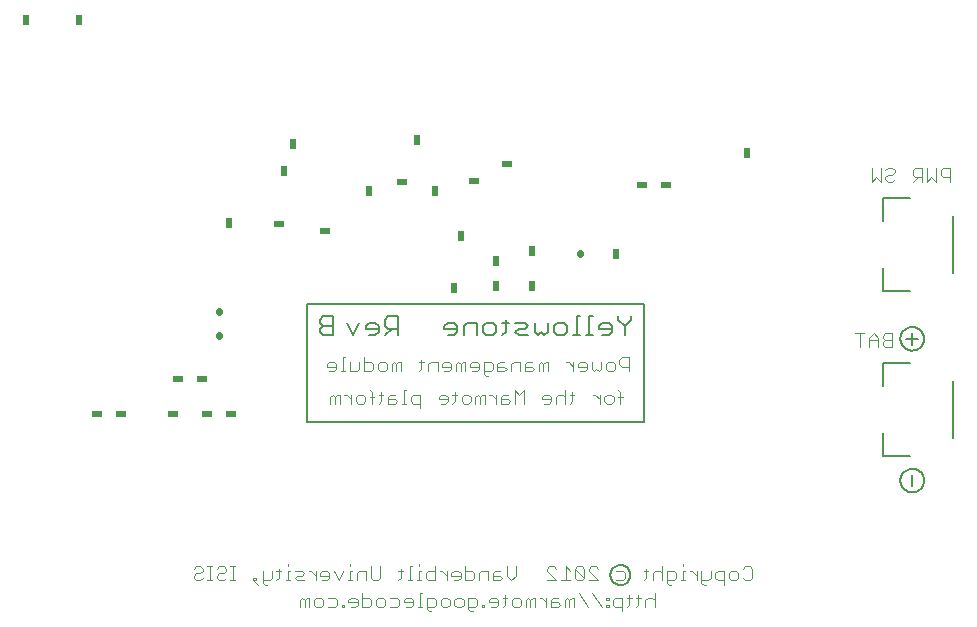
<source format=gbo>
G75*
G70*
%OFA0B0*%
%FSLAX24Y24*%
%IPPOS*%
%LPD*%
%AMOC8*
5,1,8,0,0,1.08239X$1,22.5*
%
%ADD10C,0.0080*%
%ADD11C,0.0040*%
%ADD12C,0.0060*%
%ADD13C,0.0050*%
%ADD14R,0.0200X0.0320*%
%ADD15R,0.0320X0.0200*%
%ADD16C,0.0220*%
D10*
X012286Y006833D02*
X012286Y010770D01*
X023506Y010770D01*
X023506Y006833D01*
X012286Y006833D01*
X032247Y009609D02*
X032640Y009609D01*
X032049Y009609D02*
X032051Y009648D01*
X032057Y009687D01*
X032067Y009725D01*
X032080Y009762D01*
X032097Y009797D01*
X032117Y009831D01*
X032141Y009862D01*
X032168Y009891D01*
X032197Y009917D01*
X032229Y009940D01*
X032263Y009960D01*
X032299Y009976D01*
X032336Y009988D01*
X032375Y009997D01*
X032414Y010002D01*
X032453Y010003D01*
X032492Y010000D01*
X032531Y009993D01*
X032568Y009982D01*
X032605Y009968D01*
X032640Y009950D01*
X032673Y009929D01*
X032704Y009904D01*
X032732Y009877D01*
X032757Y009847D01*
X032779Y009814D01*
X032798Y009780D01*
X032813Y009744D01*
X032825Y009706D01*
X032833Y009668D01*
X032837Y009629D01*
X032837Y009589D01*
X032833Y009550D01*
X032825Y009512D01*
X032813Y009474D01*
X032798Y009438D01*
X032779Y009404D01*
X032757Y009371D01*
X032732Y009341D01*
X032704Y009314D01*
X032673Y009289D01*
X032640Y009268D01*
X032605Y009250D01*
X032568Y009236D01*
X032531Y009225D01*
X032492Y009218D01*
X032453Y009215D01*
X032414Y009216D01*
X032375Y009221D01*
X032336Y009230D01*
X032299Y009242D01*
X032263Y009258D01*
X032229Y009278D01*
X032197Y009301D01*
X032168Y009327D01*
X032141Y009356D01*
X032117Y009387D01*
X032097Y009421D01*
X032080Y009456D01*
X032067Y009493D01*
X032057Y009531D01*
X032051Y009570D01*
X032049Y009609D01*
X032443Y009412D02*
X032443Y009806D01*
X032443Y005081D02*
X032443Y004688D01*
X032049Y004884D02*
X032051Y004923D01*
X032057Y004962D01*
X032067Y005000D01*
X032080Y005037D01*
X032097Y005072D01*
X032117Y005106D01*
X032141Y005137D01*
X032168Y005166D01*
X032197Y005192D01*
X032229Y005215D01*
X032263Y005235D01*
X032299Y005251D01*
X032336Y005263D01*
X032375Y005272D01*
X032414Y005277D01*
X032453Y005278D01*
X032492Y005275D01*
X032531Y005268D01*
X032568Y005257D01*
X032605Y005243D01*
X032640Y005225D01*
X032673Y005204D01*
X032704Y005179D01*
X032732Y005152D01*
X032757Y005122D01*
X032779Y005089D01*
X032798Y005055D01*
X032813Y005019D01*
X032825Y004981D01*
X032833Y004943D01*
X032837Y004904D01*
X032837Y004864D01*
X032833Y004825D01*
X032825Y004787D01*
X032813Y004749D01*
X032798Y004713D01*
X032779Y004679D01*
X032757Y004646D01*
X032732Y004616D01*
X032704Y004589D01*
X032673Y004564D01*
X032640Y004543D01*
X032605Y004525D01*
X032568Y004511D01*
X032531Y004500D01*
X032492Y004493D01*
X032453Y004490D01*
X032414Y004491D01*
X032375Y004496D01*
X032336Y004505D01*
X032299Y004517D01*
X032263Y004533D01*
X032229Y004553D01*
X032197Y004576D01*
X032168Y004602D01*
X032141Y004631D01*
X032117Y004662D01*
X032097Y004696D01*
X032080Y004731D01*
X032067Y004768D01*
X032057Y004806D01*
X032051Y004845D01*
X032049Y004884D01*
D11*
X008569Y001558D02*
X008492Y001635D01*
X008492Y001711D01*
X008569Y001788D01*
X008722Y001788D01*
X008799Y001865D01*
X008799Y001942D01*
X008722Y002018D01*
X008569Y002018D01*
X008492Y001942D01*
X008569Y001558D02*
X008722Y001558D01*
X008799Y001635D01*
X008952Y001558D02*
X009106Y001558D01*
X009029Y001558D02*
X009029Y002018D01*
X009106Y002018D02*
X008952Y002018D01*
X009259Y001942D02*
X009336Y002018D01*
X009490Y002018D01*
X009566Y001942D01*
X009566Y001865D01*
X009490Y001788D01*
X009336Y001788D01*
X009259Y001711D01*
X009259Y001635D01*
X009336Y001558D01*
X009490Y001558D01*
X009566Y001635D01*
X009720Y001558D02*
X009873Y001558D01*
X009796Y001558D02*
X009796Y002018D01*
X009720Y002018D02*
X009873Y002018D01*
X010487Y001635D02*
X010564Y001635D01*
X010564Y001558D01*
X010487Y001558D01*
X010487Y001635D01*
X010487Y001558D02*
X010640Y001404D01*
X010794Y001481D02*
X010871Y001404D01*
X010947Y001404D01*
X010794Y001481D02*
X010794Y001865D01*
X011101Y001865D02*
X011101Y001635D01*
X011024Y001558D01*
X010794Y001558D01*
X011254Y001558D02*
X011331Y001635D01*
X011331Y001942D01*
X011408Y001865D02*
X011254Y001865D01*
X011638Y001865D02*
X011638Y001558D01*
X011715Y001558D02*
X011561Y001558D01*
X011638Y001865D02*
X011715Y001865D01*
X011868Y001865D02*
X012098Y001865D01*
X012175Y001788D01*
X012098Y001711D01*
X011945Y001711D01*
X011868Y001635D01*
X011945Y001558D01*
X012175Y001558D01*
X012329Y001865D02*
X012405Y001865D01*
X012559Y001711D01*
X012559Y001558D02*
X012559Y001865D01*
X012712Y001788D02*
X012712Y001711D01*
X013019Y001711D01*
X013019Y001635D02*
X013019Y001788D01*
X012942Y001865D01*
X012789Y001865D01*
X012712Y001788D01*
X012789Y001558D02*
X012942Y001558D01*
X013019Y001635D01*
X013173Y001865D02*
X013326Y001558D01*
X013480Y001865D01*
X013710Y001865D02*
X013710Y001558D01*
X013787Y001558D02*
X013633Y001558D01*
X013940Y001558D02*
X013940Y001788D01*
X014017Y001865D01*
X014247Y001865D01*
X014247Y001558D01*
X014400Y001635D02*
X014400Y002018D01*
X014707Y002018D02*
X014707Y001635D01*
X014631Y001558D01*
X014477Y001558D01*
X014400Y001635D01*
X014116Y001133D02*
X014116Y000672D01*
X014346Y000672D01*
X014422Y000749D01*
X014422Y000902D01*
X014346Y000979D01*
X014116Y000979D01*
X013962Y000902D02*
X013885Y000979D01*
X013732Y000979D01*
X013655Y000902D01*
X013655Y000826D01*
X013962Y000826D01*
X013962Y000902D02*
X013962Y000749D01*
X013885Y000672D01*
X013732Y000672D01*
X013502Y000672D02*
X013502Y000749D01*
X013425Y000749D01*
X013425Y000672D01*
X013502Y000672D01*
X013271Y000749D02*
X013195Y000672D01*
X012965Y000672D01*
X012811Y000749D02*
X012734Y000672D01*
X012581Y000672D01*
X012504Y000749D01*
X012504Y000902D01*
X012581Y000979D01*
X012734Y000979D01*
X012811Y000902D01*
X012811Y000749D01*
X012965Y000979D02*
X013195Y000979D01*
X013271Y000902D01*
X013271Y000749D01*
X012351Y000672D02*
X012351Y000979D01*
X012274Y000979D01*
X012197Y000902D01*
X012120Y000979D01*
X012044Y000902D01*
X012044Y000672D01*
X012197Y000672D02*
X012197Y000902D01*
X013710Y001865D02*
X013787Y001865D01*
X013710Y002018D02*
X013710Y002095D01*
X014653Y000979D02*
X014806Y000979D01*
X014883Y000902D01*
X014883Y000749D01*
X014806Y000672D01*
X014653Y000672D01*
X014576Y000749D01*
X014576Y000902D01*
X014653Y000979D01*
X015036Y000979D02*
X015266Y000979D01*
X015343Y000902D01*
X015343Y000749D01*
X015266Y000672D01*
X015036Y000672D01*
X015497Y000826D02*
X015804Y000826D01*
X015804Y000902D02*
X015727Y000979D01*
X015573Y000979D01*
X015497Y000902D01*
X015497Y000826D01*
X015573Y000672D02*
X015727Y000672D01*
X015804Y000749D01*
X015804Y000902D01*
X015957Y000672D02*
X016111Y000672D01*
X016034Y000672D02*
X016034Y001133D01*
X016111Y001133D01*
X016264Y000979D02*
X016494Y000979D01*
X016571Y000902D01*
X016571Y000749D01*
X016494Y000672D01*
X016264Y000672D01*
X016264Y000595D02*
X016264Y000979D01*
X016724Y000902D02*
X016801Y000979D01*
X016955Y000979D01*
X017031Y000902D01*
X017031Y000749D01*
X016955Y000672D01*
X016801Y000672D01*
X016724Y000749D01*
X016724Y000902D01*
X016417Y000519D02*
X016341Y000519D01*
X016264Y000595D01*
X017185Y000749D02*
X017262Y000672D01*
X017415Y000672D01*
X017492Y000749D01*
X017492Y000902D01*
X017415Y000979D01*
X017262Y000979D01*
X017185Y000902D01*
X017185Y000749D01*
X017645Y000672D02*
X017875Y000672D01*
X017952Y000749D01*
X017952Y000902D01*
X017875Y000979D01*
X017645Y000979D01*
X017645Y000595D01*
X017722Y000519D01*
X017799Y000519D01*
X018106Y000672D02*
X018106Y000749D01*
X018182Y000749D01*
X018182Y000672D01*
X018106Y000672D01*
X018336Y000826D02*
X018643Y000826D01*
X018643Y000902D02*
X018566Y000979D01*
X018412Y000979D01*
X018336Y000902D01*
X018336Y000826D01*
X018412Y000672D02*
X018566Y000672D01*
X018643Y000749D01*
X018643Y000902D01*
X018796Y000979D02*
X018950Y000979D01*
X018873Y001056D02*
X018873Y000749D01*
X018796Y000672D01*
X019103Y000749D02*
X019103Y000902D01*
X019180Y000979D01*
X019333Y000979D01*
X019410Y000902D01*
X019410Y000749D01*
X019333Y000672D01*
X019180Y000672D01*
X019103Y000749D01*
X019563Y000672D02*
X019563Y000902D01*
X019640Y000979D01*
X019717Y000902D01*
X019717Y000672D01*
X019870Y000672D02*
X019870Y000979D01*
X019794Y000979D01*
X019717Y000902D01*
X020024Y000979D02*
X020101Y000979D01*
X020254Y000826D01*
X020254Y000979D02*
X020254Y000672D01*
X020408Y000672D02*
X020408Y000902D01*
X020484Y000979D01*
X020638Y000979D01*
X020638Y000826D02*
X020408Y000826D01*
X020408Y000672D02*
X020638Y000672D01*
X020714Y000749D01*
X020638Y000826D01*
X020868Y000902D02*
X020868Y000672D01*
X021021Y000672D02*
X021021Y000902D01*
X020945Y000979D01*
X020868Y000902D01*
X021021Y000902D02*
X021098Y000979D01*
X021175Y000979D01*
X021175Y000672D01*
X021635Y000672D02*
X021328Y001133D01*
X021789Y001133D02*
X022096Y000672D01*
X022249Y000672D02*
X022249Y000749D01*
X022326Y000749D01*
X022326Y000672D01*
X022249Y000672D01*
X022249Y000902D02*
X022326Y000902D01*
X022326Y000979D01*
X022249Y000979D01*
X022249Y000902D01*
X022479Y000902D02*
X022479Y000749D01*
X022556Y000672D01*
X022786Y000672D01*
X022786Y000519D02*
X022786Y000979D01*
X022556Y000979D01*
X022479Y000902D01*
X022940Y000979D02*
X023093Y000979D01*
X023016Y001056D02*
X023016Y000749D01*
X022940Y000672D01*
X023247Y000672D02*
X023323Y000749D01*
X023323Y001056D01*
X023400Y000979D02*
X023247Y000979D01*
X023554Y000902D02*
X023554Y000672D01*
X023554Y000902D02*
X023630Y000979D01*
X023784Y000979D01*
X023860Y000902D01*
X023860Y000672D02*
X023860Y001133D01*
X023809Y001558D02*
X023809Y001788D01*
X023886Y001865D01*
X024039Y001865D01*
X024116Y001788D01*
X024269Y001865D02*
X024500Y001865D01*
X024576Y001788D01*
X024576Y001635D01*
X024500Y001558D01*
X024269Y001558D01*
X024269Y001481D02*
X024269Y001865D01*
X024116Y002018D02*
X024116Y001558D01*
X024269Y001481D02*
X024346Y001404D01*
X024423Y001404D01*
X024730Y001558D02*
X024883Y001558D01*
X024807Y001558D02*
X024807Y001865D01*
X024883Y001865D01*
X025037Y001865D02*
X025113Y001865D01*
X025267Y001711D01*
X025267Y001558D02*
X025267Y001865D01*
X025420Y001865D02*
X025420Y001481D01*
X025497Y001404D01*
X025574Y001404D01*
X025651Y001558D02*
X025420Y001558D01*
X025651Y001558D02*
X025727Y001635D01*
X025727Y001865D01*
X025881Y001788D02*
X025881Y001635D01*
X025958Y001558D01*
X026188Y001558D01*
X026188Y001404D02*
X026188Y001865D01*
X025958Y001865D01*
X025881Y001788D01*
X026341Y001788D02*
X026341Y001635D01*
X026418Y001558D01*
X026571Y001558D01*
X026648Y001635D01*
X026648Y001788D01*
X026571Y001865D01*
X026418Y001865D01*
X026341Y001788D01*
X026802Y001635D02*
X026878Y001558D01*
X027032Y001558D01*
X027109Y001635D01*
X027109Y001942D01*
X027032Y002018D01*
X026878Y002018D01*
X026802Y001942D01*
X024807Y002018D02*
X024807Y002095D01*
X023656Y001865D02*
X023502Y001865D01*
X023579Y001942D02*
X023579Y001635D01*
X023502Y001558D01*
X022888Y001635D02*
X022888Y001788D01*
X022812Y001865D01*
X022581Y001865D01*
X022581Y001558D02*
X022812Y001558D01*
X022888Y001635D01*
X021967Y001558D02*
X021661Y001865D01*
X021661Y001942D01*
X021737Y002018D01*
X021891Y002018D01*
X021967Y001942D01*
X021507Y001942D02*
X021430Y002018D01*
X021277Y002018D01*
X021200Y001942D01*
X021507Y001635D01*
X021430Y001558D01*
X021277Y001558D01*
X021200Y001635D01*
X021200Y001942D01*
X021047Y001865D02*
X020893Y002018D01*
X020893Y001558D01*
X020740Y001558D02*
X021047Y001558D01*
X020586Y001558D02*
X020279Y001865D01*
X020279Y001942D01*
X020356Y002018D01*
X020510Y002018D01*
X020586Y001942D01*
X020586Y001558D02*
X020279Y001558D01*
X019234Y001711D02*
X019081Y001558D01*
X018928Y001711D01*
X018928Y002018D01*
X018697Y001865D02*
X018544Y001865D01*
X018467Y001788D01*
X018467Y001558D01*
X018697Y001558D01*
X018774Y001635D01*
X018697Y001711D01*
X018467Y001711D01*
X018314Y001558D02*
X018314Y001865D01*
X018084Y001865D01*
X018007Y001788D01*
X018007Y001558D01*
X017853Y001635D02*
X017853Y001788D01*
X017777Y001865D01*
X017546Y001865D01*
X017546Y002018D02*
X017546Y001558D01*
X017777Y001558D01*
X017853Y001635D01*
X017393Y001635D02*
X017393Y001788D01*
X017316Y001865D01*
X017163Y001865D01*
X017086Y001788D01*
X017086Y001711D01*
X017393Y001711D01*
X017393Y001635D02*
X017316Y001558D01*
X017163Y001558D01*
X016933Y001558D02*
X016933Y001865D01*
X016933Y001711D02*
X016779Y001865D01*
X016702Y001865D01*
X016549Y001865D02*
X016319Y001865D01*
X016242Y001788D01*
X016242Y001635D01*
X016319Y001558D01*
X016549Y001558D01*
X016549Y002018D01*
X016088Y001865D02*
X016012Y001865D01*
X016012Y001558D01*
X016088Y001558D02*
X015935Y001558D01*
X015782Y001558D02*
X015628Y001558D01*
X015705Y001558D02*
X015705Y002018D01*
X015782Y002018D01*
X016012Y002018D02*
X016012Y002095D01*
X015475Y001865D02*
X015321Y001865D01*
X015398Y001942D02*
X015398Y001635D01*
X015321Y001558D01*
X011638Y002018D02*
X011638Y002095D01*
X019234Y002018D02*
X019234Y001711D01*
X021507Y001635D02*
X021507Y001942D01*
X021661Y001558D02*
X021967Y001558D01*
X022030Y007444D02*
X022030Y007751D01*
X021877Y007751D02*
X021800Y007751D01*
X021877Y007751D02*
X022030Y007597D01*
X022184Y007521D02*
X022260Y007444D01*
X022414Y007444D01*
X022491Y007521D01*
X022491Y007674D01*
X022414Y007751D01*
X022260Y007751D01*
X022184Y007674D01*
X022184Y007521D01*
X022644Y007674D02*
X022797Y007674D01*
X022721Y007827D02*
X022721Y007444D01*
X022721Y007827D02*
X022644Y007904D01*
X022457Y008526D02*
X022534Y008603D01*
X022534Y008757D01*
X022457Y008833D01*
X022304Y008833D01*
X022227Y008757D01*
X022227Y008603D01*
X022304Y008526D01*
X022457Y008526D01*
X022687Y008757D02*
X022764Y008680D01*
X022994Y008680D01*
X022994Y008526D02*
X022994Y008987D01*
X022764Y008987D01*
X022687Y008910D01*
X022687Y008757D01*
X022074Y008833D02*
X022074Y008603D01*
X021997Y008526D01*
X021920Y008603D01*
X021843Y008526D01*
X021767Y008603D01*
X021767Y008833D01*
X021613Y008757D02*
X021536Y008833D01*
X021383Y008833D01*
X021306Y008757D01*
X021306Y008680D01*
X021613Y008680D01*
X021613Y008603D02*
X021613Y008757D01*
X021613Y008603D02*
X021536Y008526D01*
X021383Y008526D01*
X021153Y008526D02*
X021153Y008833D01*
X021153Y008680D02*
X020999Y008833D01*
X020923Y008833D01*
X020309Y008833D02*
X020309Y008526D01*
X020155Y008526D02*
X020155Y008757D01*
X020079Y008833D01*
X020002Y008757D01*
X020002Y008526D01*
X019848Y008603D02*
X019772Y008680D01*
X019541Y008680D01*
X019541Y008757D02*
X019541Y008526D01*
X019772Y008526D01*
X019848Y008603D01*
X019772Y008833D02*
X019618Y008833D01*
X019541Y008757D01*
X019388Y008833D02*
X019158Y008833D01*
X019081Y008757D01*
X019081Y008526D01*
X018928Y008603D02*
X018851Y008680D01*
X018621Y008680D01*
X018621Y008757D02*
X018621Y008526D01*
X018851Y008526D01*
X018928Y008603D01*
X018851Y008833D02*
X018697Y008833D01*
X018621Y008757D01*
X018467Y008757D02*
X018467Y008603D01*
X018390Y008526D01*
X018160Y008526D01*
X018160Y008450D02*
X018160Y008833D01*
X018390Y008833D01*
X018467Y008757D01*
X018160Y008450D02*
X018237Y008373D01*
X018314Y008373D01*
X018007Y008603D02*
X018007Y008757D01*
X017930Y008833D01*
X017777Y008833D01*
X017700Y008757D01*
X017700Y008680D01*
X018007Y008680D01*
X018007Y008603D02*
X017930Y008526D01*
X017777Y008526D01*
X017546Y008526D02*
X017546Y008833D01*
X017470Y008833D01*
X017393Y008757D01*
X017316Y008833D01*
X017239Y008757D01*
X017239Y008526D01*
X017393Y008526D02*
X017393Y008757D01*
X017086Y008757D02*
X017086Y008603D01*
X017009Y008526D01*
X016856Y008526D01*
X016779Y008680D02*
X017086Y008680D01*
X017086Y008757D02*
X017009Y008833D01*
X016856Y008833D01*
X016779Y008757D01*
X016779Y008680D01*
X016626Y008833D02*
X016395Y008833D01*
X016319Y008757D01*
X016319Y008526D01*
X016088Y008603D02*
X016012Y008526D01*
X016088Y008603D02*
X016088Y008910D01*
X016165Y008833D02*
X016012Y008833D01*
X015398Y008833D02*
X015398Y008526D01*
X015244Y008526D02*
X015244Y008757D01*
X015168Y008833D01*
X015091Y008757D01*
X015091Y008526D01*
X014937Y008603D02*
X014937Y008757D01*
X014861Y008833D01*
X014707Y008833D01*
X014631Y008757D01*
X014631Y008603D01*
X014707Y008526D01*
X014861Y008526D01*
X014937Y008603D01*
X015244Y008757D02*
X015321Y008833D01*
X015398Y008833D01*
X014477Y008757D02*
X014477Y008603D01*
X014400Y008526D01*
X014170Y008526D01*
X014170Y008987D01*
X014170Y008833D02*
X014400Y008833D01*
X014477Y008757D01*
X014017Y008833D02*
X014017Y008603D01*
X013940Y008526D01*
X013710Y008526D01*
X013710Y008833D01*
X013556Y008987D02*
X013480Y008987D01*
X013480Y008526D01*
X013556Y008526D02*
X013403Y008526D01*
X013249Y008603D02*
X013249Y008757D01*
X013173Y008833D01*
X013019Y008833D01*
X012942Y008757D01*
X012942Y008680D01*
X013249Y008680D01*
X013249Y008603D02*
X013173Y008526D01*
X013019Y008526D01*
X013129Y007751D02*
X013053Y007674D01*
X013053Y007444D01*
X013206Y007444D02*
X013206Y007674D01*
X013129Y007751D01*
X013206Y007674D02*
X013283Y007751D01*
X013359Y007751D01*
X013359Y007444D01*
X013590Y007751D02*
X013743Y007597D01*
X013743Y007444D02*
X013743Y007751D01*
X013590Y007751D02*
X013513Y007751D01*
X013897Y007674D02*
X013973Y007751D01*
X014127Y007751D01*
X014203Y007674D01*
X014203Y007521D01*
X014127Y007444D01*
X013973Y007444D01*
X013897Y007521D01*
X013897Y007674D01*
X014357Y007674D02*
X014510Y007674D01*
X014434Y007827D02*
X014434Y007444D01*
X014664Y007444D02*
X014741Y007521D01*
X014741Y007827D01*
X014817Y007751D02*
X014664Y007751D01*
X014434Y007827D02*
X014357Y007904D01*
X014971Y007674D02*
X014971Y007444D01*
X015201Y007444D01*
X015278Y007521D01*
X015201Y007597D01*
X014971Y007597D01*
X014971Y007674D02*
X015048Y007751D01*
X015201Y007751D01*
X015508Y007904D02*
X015508Y007444D01*
X015585Y007444D02*
X015431Y007444D01*
X015738Y007521D02*
X015815Y007444D01*
X016045Y007444D01*
X016045Y007290D02*
X016045Y007751D01*
X015815Y007751D01*
X015738Y007674D01*
X015738Y007521D01*
X015585Y007904D02*
X015508Y007904D01*
X016659Y007674D02*
X016659Y007597D01*
X016966Y007597D01*
X016966Y007521D02*
X016966Y007674D01*
X016889Y007751D01*
X016736Y007751D01*
X016659Y007674D01*
X016736Y007444D02*
X016889Y007444D01*
X016966Y007521D01*
X017119Y007444D02*
X017196Y007521D01*
X017196Y007827D01*
X017273Y007751D02*
X017119Y007751D01*
X017426Y007674D02*
X017503Y007751D01*
X017656Y007751D01*
X017733Y007674D01*
X017733Y007521D01*
X017656Y007444D01*
X017503Y007444D01*
X017426Y007521D01*
X017426Y007674D01*
X017887Y007674D02*
X017887Y007444D01*
X018040Y007444D02*
X018040Y007674D01*
X017963Y007751D01*
X017887Y007674D01*
X018040Y007674D02*
X018117Y007751D01*
X018194Y007751D01*
X018194Y007444D01*
X018577Y007444D02*
X018577Y007751D01*
X018424Y007751D02*
X018347Y007751D01*
X018424Y007751D02*
X018577Y007597D01*
X018731Y007597D02*
X018961Y007597D01*
X019038Y007521D01*
X018961Y007444D01*
X018731Y007444D01*
X018731Y007674D01*
X018807Y007751D01*
X018961Y007751D01*
X019191Y007904D02*
X019191Y007444D01*
X019498Y007444D02*
X019498Y007904D01*
X019345Y007751D01*
X019191Y007904D01*
X019388Y008526D02*
X019388Y008833D01*
X020155Y008757D02*
X020232Y008833D01*
X020309Y008833D01*
X020342Y007751D02*
X020189Y007751D01*
X020112Y007674D01*
X020112Y007597D01*
X020419Y007597D01*
X020419Y007521D02*
X020419Y007674D01*
X020342Y007751D01*
X020572Y007674D02*
X020572Y007444D01*
X020419Y007521D02*
X020342Y007444D01*
X020189Y007444D01*
X020572Y007674D02*
X020649Y007751D01*
X020802Y007751D01*
X020879Y007674D01*
X021033Y007751D02*
X021186Y007751D01*
X021109Y007827D02*
X021109Y007521D01*
X021033Y007444D01*
X020879Y007444D02*
X020879Y007904D01*
X016626Y008526D02*
X016626Y008833D01*
X030546Y009794D02*
X030853Y009794D01*
X030700Y009794D02*
X030700Y009334D01*
X031007Y009334D02*
X031007Y009640D01*
X031160Y009794D01*
X031313Y009640D01*
X031313Y009334D01*
X031467Y009410D02*
X031544Y009334D01*
X031774Y009334D01*
X031774Y009794D01*
X031544Y009794D01*
X031467Y009717D01*
X031467Y009640D01*
X031544Y009564D01*
X031774Y009564D01*
X031544Y009564D02*
X031467Y009487D01*
X031467Y009410D01*
X031313Y009564D02*
X031007Y009564D01*
X031094Y014845D02*
X031094Y015306D01*
X031401Y015306D02*
X031401Y014845D01*
X031248Y014999D01*
X031094Y014845D01*
X031554Y014922D02*
X031631Y014845D01*
X031785Y014845D01*
X031861Y014922D01*
X031785Y015076D02*
X031861Y015152D01*
X031861Y015229D01*
X031785Y015306D01*
X031631Y015306D01*
X031554Y015229D01*
X031631Y015076D02*
X031554Y014999D01*
X031554Y014922D01*
X031631Y015076D02*
X031785Y015076D01*
X032475Y015076D02*
X032552Y014999D01*
X032782Y014999D01*
X032629Y014999D02*
X032475Y014845D01*
X032475Y015076D02*
X032475Y015229D01*
X032552Y015306D01*
X032782Y015306D01*
X032782Y014845D01*
X032936Y014845D02*
X033089Y014999D01*
X033243Y014845D01*
X033243Y015306D01*
X033396Y015229D02*
X033396Y015076D01*
X033473Y014999D01*
X033703Y014999D01*
X033703Y014845D02*
X033703Y015306D01*
X033473Y015306D01*
X033396Y015229D01*
X032936Y015306D02*
X032936Y014845D01*
D12*
X023083Y010358D02*
X023083Y010251D01*
X022869Y010038D01*
X022869Y009718D01*
X022869Y010038D02*
X022656Y010251D01*
X022656Y010358D01*
X022438Y010038D02*
X022331Y010145D01*
X022118Y010145D01*
X022011Y010038D01*
X022011Y009931D01*
X022438Y009931D01*
X022438Y009824D02*
X022438Y010038D01*
X022438Y009824D02*
X022331Y009718D01*
X022118Y009718D01*
X021794Y009718D02*
X021580Y009718D01*
X021687Y009718D02*
X021687Y010358D01*
X021794Y010358D01*
X021364Y010358D02*
X021257Y010358D01*
X021257Y009718D01*
X021364Y009718D02*
X021150Y009718D01*
X020934Y009824D02*
X020934Y010038D01*
X020828Y010145D01*
X020614Y010145D01*
X020507Y010038D01*
X020507Y009824D01*
X020614Y009718D01*
X020828Y009718D01*
X020934Y009824D01*
X020290Y009824D02*
X020290Y010145D01*
X019863Y010145D02*
X019863Y009824D01*
X019969Y009718D01*
X020076Y009824D01*
X020183Y009718D01*
X020290Y009824D01*
X019645Y009718D02*
X019325Y009718D01*
X019218Y009824D01*
X019325Y009931D01*
X019538Y009931D01*
X019645Y010038D01*
X019538Y010145D01*
X019218Y010145D01*
X019001Y010145D02*
X018787Y010145D01*
X018894Y010251D02*
X018894Y009824D01*
X018787Y009718D01*
X018571Y009824D02*
X018571Y010038D01*
X018464Y010145D01*
X018251Y010145D01*
X018144Y010038D01*
X018144Y009824D01*
X018251Y009718D01*
X018464Y009718D01*
X018571Y009824D01*
X017926Y009718D02*
X017926Y010145D01*
X017606Y010145D01*
X017499Y010038D01*
X017499Y009718D01*
X017282Y009824D02*
X017282Y010038D01*
X017175Y010145D01*
X016962Y010145D01*
X016855Y010038D01*
X016855Y009931D01*
X017282Y009931D01*
X017282Y009824D02*
X017175Y009718D01*
X016962Y009718D01*
X015307Y009718D02*
X015307Y010358D01*
X014987Y010358D01*
X014880Y010251D01*
X014880Y010038D01*
X014987Y009931D01*
X015307Y009931D01*
X015094Y009931D02*
X014880Y009718D01*
X014663Y009824D02*
X014663Y010038D01*
X014556Y010145D01*
X014342Y010145D01*
X014236Y010038D01*
X014236Y009931D01*
X014663Y009931D01*
X014663Y009824D02*
X014556Y009718D01*
X014342Y009718D01*
X014018Y010145D02*
X013805Y009718D01*
X013591Y010145D01*
X013142Y010038D02*
X012822Y010038D01*
X012715Y009931D01*
X012715Y009824D01*
X012822Y009718D01*
X013142Y009718D01*
X013142Y010358D01*
X012822Y010358D01*
X012715Y010251D01*
X012715Y010145D01*
X012822Y010038D01*
D13*
X022384Y001735D02*
X022386Y001771D01*
X022392Y001807D01*
X022402Y001842D01*
X022415Y001876D01*
X022432Y001908D01*
X022452Y001938D01*
X022476Y001965D01*
X022502Y001990D01*
X022531Y002012D01*
X022562Y002031D01*
X022595Y002046D01*
X022629Y002058D01*
X022665Y002066D01*
X022701Y002070D01*
X022737Y002070D01*
X022773Y002066D01*
X022809Y002058D01*
X022843Y002046D01*
X022876Y002031D01*
X022907Y002012D01*
X022936Y001990D01*
X022962Y001965D01*
X022986Y001938D01*
X023006Y001908D01*
X023023Y001876D01*
X023036Y001842D01*
X023046Y001807D01*
X023052Y001771D01*
X023054Y001735D01*
X023052Y001699D01*
X023046Y001663D01*
X023036Y001628D01*
X023023Y001594D01*
X023006Y001562D01*
X022986Y001532D01*
X022962Y001505D01*
X022936Y001480D01*
X022907Y001458D01*
X022876Y001439D01*
X022843Y001424D01*
X022809Y001412D01*
X022773Y001404D01*
X022737Y001400D01*
X022701Y001400D01*
X022665Y001404D01*
X022629Y001412D01*
X022595Y001424D01*
X022562Y001439D01*
X022531Y001458D01*
X022502Y001480D01*
X022476Y001505D01*
X022452Y001532D01*
X022432Y001562D01*
X022415Y001594D01*
X022402Y001628D01*
X022392Y001663D01*
X022386Y001699D01*
X022384Y001735D01*
X031459Y005691D02*
X031459Y006459D01*
X031459Y005691D02*
X032365Y005691D01*
X033821Y006302D02*
X033821Y008191D01*
X032365Y008802D02*
X031459Y008802D01*
X031459Y008034D01*
X031459Y011203D02*
X031459Y011971D01*
X031459Y011203D02*
X032365Y011203D01*
X033821Y011814D02*
X033821Y013703D01*
X032365Y014314D02*
X031459Y014314D01*
X031459Y013546D01*
D14*
X026932Y015790D03*
X022562Y012443D03*
X019766Y012522D03*
X018585Y012207D03*
X018585Y011380D03*
X017168Y011302D03*
X017404Y013034D03*
X016538Y014530D03*
X014333Y014530D03*
X015947Y016223D03*
X011814Y016105D03*
X011499Y015199D03*
X009688Y013467D03*
X004688Y020239D03*
X002916Y020239D03*
X019766Y011380D03*
D15*
X017837Y014884D03*
X018940Y015436D03*
X015436Y014845D03*
X012877Y013191D03*
X011341Y013428D03*
X008762Y008270D03*
X007975Y008270D03*
X007798Y007089D03*
X008940Y007089D03*
X009727Y007089D03*
X006066Y007089D03*
X005278Y007089D03*
X023447Y014747D03*
X024235Y014747D03*
D16*
X021380Y012455D02*
X021380Y012431D01*
X009333Y010526D02*
X009333Y010502D01*
X009333Y009739D02*
X009333Y009715D01*
M02*

</source>
